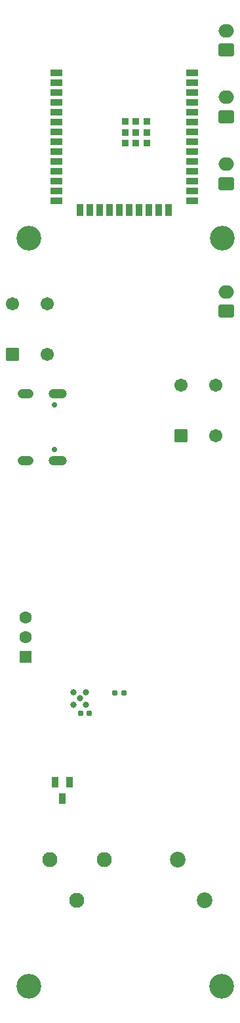
<source format=gbs>
G04 #@! TF.GenerationSoftware,KiCad,Pcbnew,7.0.10*
G04 #@! TF.CreationDate,2024-11-08T16:21:34-05:00*
G04 #@! TF.ProjectId,Sensify Main Board,53656e73-6966-4792-904d-61696e20426f,rev?*
G04 #@! TF.SameCoordinates,Original*
G04 #@! TF.FileFunction,Soldermask,Bot*
G04 #@! TF.FilePolarity,Negative*
%FSLAX46Y46*%
G04 Gerber Fmt 4.6, Leading zero omitted, Abs format (unit mm)*
G04 Created by KiCad (PCBNEW 7.0.10) date 2024-11-08 16:21:34*
%MOMM*%
%LPD*%
G01*
G04 APERTURE LIST*
G04 Aperture macros list*
%AMRoundRect*
0 Rectangle with rounded corners*
0 $1 Rounding radius*
0 $2 $3 $4 $5 $6 $7 $8 $9 X,Y pos of 4 corners*
0 Add a 4 corners polygon primitive as box body*
4,1,4,$2,$3,$4,$5,$6,$7,$8,$9,$2,$3,0*
0 Add four circle primitives for the rounded corners*
1,1,$1+$1,$2,$3*
1,1,$1+$1,$4,$5*
1,1,$1+$1,$6,$7*
1,1,$1+$1,$8,$9*
0 Add four rect primitives between the rounded corners*
20,1,$1+$1,$2,$3,$4,$5,0*
20,1,$1+$1,$4,$5,$6,$7,0*
20,1,$1+$1,$6,$7,$8,$9,0*
20,1,$1+$1,$8,$9,$2,$3,0*%
G04 Aperture macros list end*
%ADD10C,3.200000*%
%ADD11C,0.813600*%
%ADD12C,2.025000*%
%ADD13RoundRect,0.102000X0.749000X-0.749000X0.749000X0.749000X-0.749000X0.749000X-0.749000X-0.749000X0*%
%ADD14C,1.702000*%
%ADD15RoundRect,0.250000X0.750000X-0.600000X0.750000X0.600000X-0.750000X0.600000X-0.750000X-0.600000X0*%
%ADD16O,2.000000X1.700000*%
%ADD17R,1.600200X1.600200*%
%ADD18C,1.600200*%
%ADD19C,1.950000*%
%ADD20C,0.700000*%
%ADD21O,2.354000X1.254000*%
%ADD22O,2.054000X1.254000*%
%ADD23RoundRect,0.100500X-0.301500X0.616500X-0.301500X-0.616500X0.301500X-0.616500X0.301500X0.616500X0*%
%ADD24R,1.498600X0.889000*%
%ADD25R,0.889000X1.498600*%
%ADD26R,0.889000X0.889000*%
%ADD27RoundRect,0.160000X0.197500X0.160000X-0.197500X0.160000X-0.197500X-0.160000X0.197500X-0.160000X0*%
%ADD28RoundRect,0.155000X0.212500X0.155000X-0.212500X0.155000X-0.212500X-0.155000X0.212500X-0.155000X0*%
G04 APERTURE END LIST*
D10*
X130962400Y-188417200D03*
D11*
X136741000Y-150457000D03*
X138341000Y-150457000D03*
X136741000Y-152057000D03*
X138341000Y-152057000D03*
X137541000Y-151257000D03*
D12*
X150170000Y-172092000D03*
X153670000Y-177292000D03*
D10*
X155803600Y-188417200D03*
D13*
X150617800Y-117345600D03*
D14*
X150617800Y-110845600D03*
X155117800Y-117345600D03*
X155117800Y-110845600D03*
D15*
X156441200Y-101326000D03*
D16*
X156441200Y-98826000D03*
D10*
X130911600Y-91897200D03*
X155905200Y-91897200D03*
D15*
X156413200Y-67625600D03*
D16*
X156413200Y-65125600D03*
D15*
X156413200Y-76222512D03*
D16*
X156413200Y-73722512D03*
D17*
X130556000Y-145923000D03*
D18*
X130556000Y-143383000D03*
X130556000Y-140843000D03*
D13*
X128814000Y-106908600D03*
D14*
X128814000Y-100408600D03*
X133314000Y-106908600D03*
X133314000Y-100408600D03*
D19*
X133660000Y-172092000D03*
X137160000Y-177292000D03*
X140660000Y-172092000D03*
D20*
X134213600Y-113420900D03*
X134213600Y-119200900D03*
D21*
X134713600Y-111990900D03*
X134713600Y-120630900D03*
D22*
X130563600Y-111990900D03*
X130563600Y-120630900D03*
D15*
X156438600Y-84847712D03*
D16*
X156438600Y-82347712D03*
D23*
X134305000Y-162091000D03*
X136205000Y-162091000D03*
X135255000Y-164211000D03*
D24*
X152031400Y-70530400D03*
X152031400Y-71800400D03*
X152031400Y-73070400D03*
X152031400Y-74340400D03*
X152031400Y-75610400D03*
X152031400Y-76880400D03*
X152031400Y-78150400D03*
X152031400Y-79420400D03*
X152031400Y-80690400D03*
X152031400Y-81960400D03*
X152031400Y-83230400D03*
X152031400Y-84500400D03*
X152031400Y-85770400D03*
X152031400Y-87040400D03*
D25*
X148996400Y-88290400D03*
X147726400Y-88290400D03*
X146456400Y-88290400D03*
X145186400Y-88290400D03*
X143916400Y-88290400D03*
X142646400Y-88290400D03*
X141376400Y-88290400D03*
X140106400Y-88290400D03*
X138836400Y-88290400D03*
X137566400Y-88290400D03*
D24*
X134531400Y-87040400D03*
X134531400Y-85770400D03*
X134531400Y-84500400D03*
X134531400Y-83230400D03*
X134531400Y-81960400D03*
X134531400Y-80690400D03*
X134531400Y-79420400D03*
X134531400Y-78150400D03*
X134531400Y-76880400D03*
X134531400Y-75610400D03*
X134531400Y-74340400D03*
X134531400Y-73070400D03*
X134531400Y-71800400D03*
X134531400Y-70530400D03*
D26*
X144781400Y-78250400D03*
X146181400Y-76850400D03*
X146181400Y-78250400D03*
X146181400Y-79650400D03*
X144781400Y-79650400D03*
X143381400Y-79650400D03*
X143381400Y-78250400D03*
X143381400Y-76850400D03*
X144781400Y-76850400D03*
D27*
X143256000Y-150533000D03*
X142061000Y-150533000D03*
D28*
X138773000Y-153200000D03*
X137638000Y-153200000D03*
M02*

</source>
